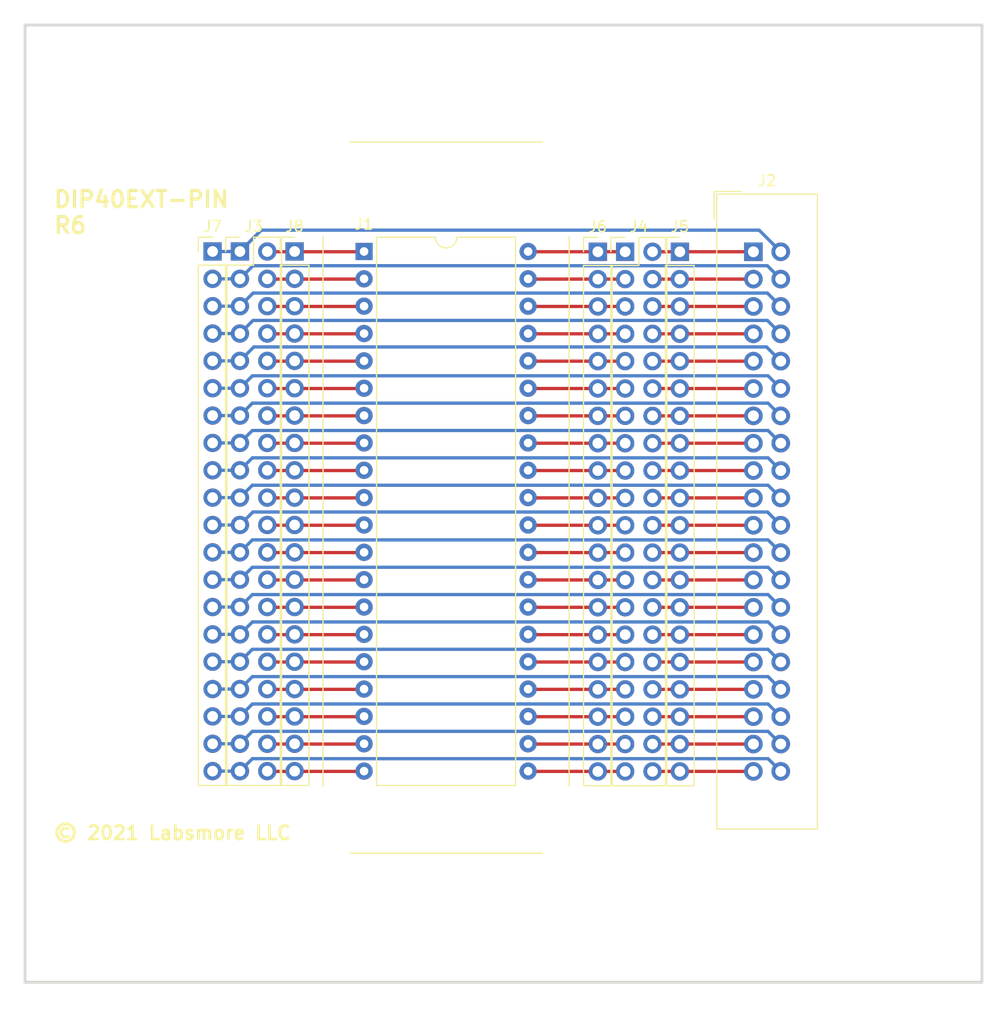
<source format=kicad_pcb>
(kicad_pcb (version 20210722) (generator pcbnew)
  (layers (0 "F.Cu" signal) (31 "B.Cu" signal) (34 "B.Paste" user) (35 "F.Paste" user) (36 "B.SilkS" user "B.Silkscreen") (37 "F.SilkS" user "F.Silkscreen") (38 "B.Mask" user) (39 "F.Mask" user) (44 "Edge.Cuts" user))
  (net 0 "")
  (net 1 "/P1")
  (net 2 "/P21")
  (net 3 "/P2")
  (net 4 "/P22")
  (net 5 "/P3")
  (net 6 "/P23")
  (net 7 "/P4")
  (net 8 "/P24")
  (net 9 "/P5")
  (net 10 "/P25")
  (net 11 "/P6")
  (net 12 "/P26")
  (net 13 "/P7")
  (net 14 "/P27")
  (net 15 "/P8")
  (net 16 "/P28")
  (net 17 "/P9")
  (net 18 "/P29")
  (net 19 "/P10")
  (net 20 "/P30")
  (net 21 "/P11")
  (net 22 "/P31")
  (net 23 "/P12")
  (net 24 "/P32")
  (net 25 "/P13")
  (net 26 "/P33")
  (net 27 "/P14")
  (net 28 "/P34")
  (net 29 "/P15")
  (net 30 "/P35")
  (net 31 "/P16")
  (net 32 "/P36")
  (net 33 "/P17")
  (net 34 "/P37")
  (net 35 "/P18")
  (net 36 "/P38")
  (net 37 "/P19")
  (net 38 "/P39")
  (net 39 "/P20")
  (net 40 "/P40")
  (net 41 "Net-(J1-Pad1)")
  (net 42 "Net-(J1-Pad21)")
  (net 43 "Net-(J1-Pad2)")
  (net 44 "Net-(J1-Pad22)")
  (net 45 "Net-(J1-Pad3)")
  (net 46 "Net-(J1-Pad23)")
  (net 47 "Net-(J1-Pad4)")
  (net 48 "Net-(J1-Pad24)")
  (net 49 "Net-(J1-Pad5)")
  (net 50 "Net-(J1-Pad25)")
  (net 51 "Net-(J1-Pad6)")
  (net 52 "Net-(J1-Pad26)")
  (net 53 "Net-(J1-Pad7)")
  (net 54 "Net-(J1-Pad27)")
  (net 55 "Net-(J1-Pad8)")
  (net 56 "Net-(J1-Pad28)")
  (net 57 "Net-(J1-Pad9)")
  (net 58 "Net-(J1-Pad29)")
  (net 59 "Net-(J1-Pad10)")
  (net 60 "Net-(J1-Pad30)")
  (net 61 "Net-(J1-Pad11)")
  (net 62 "Net-(J1-Pad31)")
  (net 63 "Net-(J1-Pad12)")
  (net 64 "Net-(J1-Pad32)")
  (net 65 "Net-(J1-Pad13)")
  (net 66 "Net-(J1-Pad33)")
  (net 67 "Net-(J1-Pad14)")
  (net 68 "Net-(J1-Pad34)")
  (net 69 "Net-(J1-Pad15)")
  (net 70 "Net-(J1-Pad35)")
  (net 71 "Net-(J1-Pad16)")
  (net 72 "Net-(J1-Pad36)")
  (net 73 "Net-(J1-Pad17)")
  (net 74 "Net-(J1-Pad37)")
  (net 75 "Net-(J1-Pad18)")
  (net 76 "Net-(J1-Pad38)")
  (net 77 "Net-(J1-Pad19)")
  (net 78 "Net-(J1-Pad39)")
  (net 79 "Net-(J1-Pad20)")
  (net 80 "Net-(J1-Pad40)")
  (footprint "lib:aries_40-6554-10_DIP-40_W15.24mm_ZIF" (layer "F.Cu") (at 56.895999 46.431201)
    (fp_text reference "J1")
    (fp_text value "ZIF")
  )
  (footprint "Mounting_Holes:MountingHole_8.4mm_M8" (layer "F.Cu") (at 31.75 31.75)
    (fp_text reference "MK1" hide)
    (fp_text value "Mounting_Hole")
  )
  (footprint "Mounting_Holes:MountingHole_8.4mm_M8" (layer "F.Cu") (at 107.95 31.75)
    (fp_text reference "MK4" hide)
    (fp_text value "Mounting_Hole")
  )
  (footprint "Mounting_Holes:MountingHole_8.4mm_M8" (layer "F.Cu") (at 31.75 107.95)
    (fp_text reference "MK9" hide)
    (fp_text value "Mounting_Hole")
  )
  (footprint "Mounting_Holes:MountingHole_8.4mm_M8" (layer "F.Cu") (at 107.95 107.95)
    (fp_text reference "MK12" hide)
    (fp_text value "Mounting_Hole")
  )
  (footprint "Connectors_IDC:IDC-Header_2x20_Pitch2.54mm_Straight" (layer "F.Cu") (at 93.065599 46.456601)
    (fp_text reference "J2")
    (fp_text value "IDC40")
  )
  (footprint "Mounting_Holes:MountingHole_8.4mm_M8" (layer "F.Cu") (at 82.55 31.75)
    (fp_text reference "MK3" hide)
    (fp_text value "Mounting_Hole")
  )
  (footprint "Mounting_Holes:MountingHole_8.4mm_M8" (layer "F.Cu") (at 57.15 31.75)
    (fp_text reference "MK2" hide)
    (fp_text value "Mounting_Hole")
  )
  (footprint "Mounting_Holes:MountingHole_8.4mm_M8" (layer "F.Cu") (at 31.75 57.15)
    (fp_text reference "MK5" hide)
    (fp_text value "Mounting_Hole")
  )
  (footprint "Mounting_Holes:MountingHole_8.4mm_M8" (layer "F.Cu") (at 31.75 82.55)
    (fp_text reference "MK7" hide)
    (fp_text value "Mounting_Hole")
  )
  (footprint "Mounting_Holes:MountingHole_8.4mm_M8" (layer "F.Cu") (at 107.95 57.15)
    (fp_text reference "MK6" hide)
    (fp_text value "Mounting_Hole")
  )
  (footprint "Mounting_Holes:MountingHole_8.4mm_M8" (layer "F.Cu") (at 107.95 82.55)
    (fp_text reference "MK8" hide)
    (fp_text value "Mounting_Hole")
  )
  (footprint "Mounting_Holes:MountingHole_8.4mm_M8" (layer "F.Cu") (at 57.15 107.95)
    (fp_text reference "MK10" hide)
    (fp_text value "Mounting_Hole")
  )
  (footprint "Mounting_Holes:MountingHole_8.4mm_M8" (layer "F.Cu") (at 82.55 107.95)
    (fp_text reference "MK11" hide)
    (fp_text value "Mounting_Hole")
  )
  (footprint "Pin_Headers:Pin_Header_Straight_2x20_Pitch2.54mm" (layer "F.Cu") (at 45.364399 46.431201)
    (fp_text reference "J3")
    (fp_text value "Conn_02x20_Odd_Even")
  )
  (footprint "Pin_Headers:Pin_Header_Straight_2x20_Pitch2.54mm" (layer "F.Cu") (at 81.152999 46.456601)
    (fp_text reference "J4")
    (fp_text value "Conn_02x20_Odd_Even")
  )
  (footprint "Connector_PinHeader_2.54mm:PinHeader_1x20_P2.54mm_Vertical" (layer "F.Cu") (at 50.444199 46.431201)
    (fp_text reference "J8")
    (fp_text value "01x20")
  )
  (footprint "Connector_PinHeader_2.54mm:PinHeader_1x20_P2.54mm_Vertical" (layer "F.Cu") (at 78.613399 46.456601)
    (fp_text reference "J6")
    (fp_text value "01x20")
  )
  (footprint "Connector_PinHeader_2.54mm:PinHeader_1x20_P2.54mm_Vertical" (layer "F.Cu") (at 42.824399 46.431201)
    (fp_text reference "J7")
    (fp_text value "01x20")
  )
  (footprint "Connector_PinHeader_2.54mm:PinHeader_1x20_P2.54mm_Vertical" (layer "F.Cu") (at 86.232599 46.456601)
    (fp_text reference "J5")
    (fp_text value "01x20")
  )
  (gr_line (start 114.3 25.4) (end 114.3 114.3) (layer "Edge.Cuts") (width 0.254))
  (gr_line (start 25.4 114.3) (end 114.3 114.3) (layer "Edge.Cuts") (width 0.254))
  (gr_line (start 25.4 25.4) (end 114.3 25.4) (layer "Edge.Cuts") (width 0.254))
  (gr_line (start 25.4 25.4) (end 25.4 114.3) (layer "Edge.Cuts") (width 0.254))
  (gr_text "DIP40EXT-PIN\nR6" (at 27.94 42.8) (layer "F.SilkS") (effects (font (size 1.5 1.5) (thickness 0.3)) (justify left)))
  (gr_text "© 2021 Labsmore LLC" (at 27.94 100.425) (layer "F.SilkS") (effects (font (size 1.25 1.25) (thickness 0.25)) (justify left)))
  (segment (start 42.824399 46.431201) (end 45.364399 46.431201) (width 0.3048) (layer "B.Cu") (net 1))
  (segment (start 93.598998 44.45) (end 47.3456 44.45) (width 0.3048) (layer "B.Cu") (net 1))
  (segment (start 47.3456 44.45) (end 45.364399 46.431201) (width 0.3048) (layer "B.Cu") (net 1))
  (segment (start 95.605599 46.456601) (end 93.598998 44.45) (width 0.3048) (layer "B.Cu") (net 1))
  (segment (start 83.692999 94.716601) (end 93.065599 94.716601) (width 0.3048) (layer "F.Cu") (net 2))
  (segment (start 46.583599 47.752001) (end 45.364399 48.971201) (width 0.3048) (layer "B.Cu") (net 3))
  (segment (start 94.360999 47.752001) (end 46.583599 47.752001) (width 0.3048) (layer "B.Cu") (net 3))
  (segment (start 42.824399 48.971201) (end 45.364399 48.971201) (width 0.3048) (layer "B.Cu") (net 3))
  (segment (start 94.360999 47.752001) (end 95.605599 48.996601) (width 0.3048) (layer "B.Cu") (net 3))
  (segment (start 83.692999 92.176601) (end 93.065599 92.176601) (width 0.3048) (layer "F.Cu") (net 4))
  (segment (start 42.824399 51.511201) (end 45.364399 51.511201) (width 0.3048) (layer "B.Cu") (net 5))
  (segment (start 46.583599 50.292001) (end 45.364399 51.511201) (width 0.3048) (layer "B.Cu") (net 5))
  (segment (start 94.360999 50.292001) (end 46.583599 50.292001) (width 0.3048) (layer "B.Cu") (net 5))
  (segment (start 95.605599 51.536601) (end 94.360999 50.292001) (width 0.3048) (layer "B.Cu") (net 5))
  (segment (start 83.692999 89.636601) (end 93.065599 89.636601) (width 0.3048) (layer "F.Cu") (net 6))
  (segment (start 42.824399 54.051201) (end 45.364399 54.051201) (width 0.3048) (layer "B.Cu") (net 7))
  (segment (start 46.583599 52.832001) (end 45.364399 54.051201) (width 0.3048) (layer "B.Cu") (net 7))
  (segment (start 95.605599 54.076601) (end 94.360999 52.832001) (width 0.3048) (layer "B.Cu") (net 7))
  (segment (start 94.360999 52.832001) (end 46.583599 52.832001) (width 0.3048) (layer "B.Cu") (net 7))
  (segment (start 83.692999 87.096601) (end 93.065599 87.096601) (width 0.3048) (layer "F.Cu") (net 8))
  (segment (start 94.284799 55.295801) (end 46.659799 55.295801) (width 0.3048) (layer "B.Cu") (net 9))
  (segment (start 46.659799 55.295801) (end 45.364399 56.591201) (width 0.3048) (layer "B.Cu") (net 9))
  (segment (start 95.605599 56.616601) (end 94.284799 55.295801) (width 0.3048) (layer "B.Cu") (net 9))
  (segment (start 42.824399 56.591201) (end 45.364399 56.591201) (width 0.3048) (layer "B.Cu") (net 9))
  (segment (start 83.692999 84.556601) (end 93.065599 84.556601) (width 0.3048) (layer "F.Cu") (net 10))
  (segment (start 42.824399 59.131201) (end 45.364399 59.131201) (width 0.3048) (layer "B.Cu") (net 11))
  (segment (start 95.605599 59.156601) (end 94.425398 57.9764) (width 0.3048) (layer "B.Cu") (net 11))
  (segment (start 46.5192 57.9764) (end 45.364399 59.131201) (width 0.3048) (layer "B.Cu") (net 11))
  (segment (start 94.425398 57.9764) (end 46.5192 57.9764) (width 0.3048) (layer "B.Cu") (net 11))
  (segment (start 83.692999 82.016601) (end 93.065599 82.016601) (width 0.3048) (layer "F.Cu") (net 12))
  (segment (start 46.5192 60.5164) (end 45.364399 61.671201) (width 0.3048) (layer "B.Cu") (net 13))
  (segment (start 95.605599 61.696601) (end 94.425398 60.5164) (width 0.3048) (layer "B.Cu") (net 13))
  (segment (start 42.824399 61.671201) (end 45.364399 61.671201) (width 0.3048) (layer "B.Cu") (net 13))
  (segment (start 94.425398 60.5164) (end 46.5192 60.5164) (width 0.3048) (layer "B.Cu") (net 13))
  (segment (start 83.692999 79.476601) (end 93.065599 79.476601) (width 0.3048) (layer "F.Cu") (net 14))
  (segment (start 46.5192 63.0564) (end 45.364399 64.211201) (width 0.3048) (layer "B.Cu") (net 15))
  (segment (start 95.605599 64.236601) (end 94.425398 63.0564) (width 0.3048) (layer "B.Cu") (net 15))
  (segment (start 42.824399 64.211201) (end 45.364399 64.211201) (width 0.3048) (layer "B.Cu") (net 15))
  (segment (start 94.425398 63.0564) (end 46.5192 63.0564) (width 0.3048) (layer "B.Cu") (net 15))
  (segment (start 83.692999 76.936601) (end 93.065599 76.936601) (width 0.3048) (layer "F.Cu") (net 16))
  (segment (start 95.605599 66.776601) (end 94.425398 65.5964) (width 0.3048) (layer "B.Cu") (net 17))
  (segment (start 46.5192 65.5964) (end 45.364399 66.751201) (width 0.3048) (layer "B.Cu") (net 17))
  (segment (start 42.824399 66.751201) (end 45.364399 66.751201) (width 0.3048) (layer "B.Cu") (net 17))
  (segment (start 94.425398 65.5964) (end 46.5192 65.5964) (width 0.3048) (layer "B.Cu") (net 17))
  (segment (start 83.692999 74.396601) (end 93.065599 74.396601) (width 0.3048) (layer "F.Cu") (net 18))
  (segment (start 42.824399 69.291201) (end 45.364399 69.291201) (width 0.3048) (layer "B.Cu") (net 19))
  (segment (start 46.5192 68.1364) (end 45.364399 69.291201) (width 0.3048) (layer "B.Cu") (net 19))
  (segment (start 94.425398 68.1364) (end 46.5192 68.1364) (width 0.3048) (layer "B.Cu") (net 19))
  (segment (start 95.605599 69.316601) (end 94.425398 68.1364) (width 0.3048) (layer "B.Cu") (net 19))
  (segment (start 83.692999 71.856601) (end 93.065599 71.856601) (width 0.3048) (layer "F.Cu") (net 20))
  (segment (start 46.5706 70.625) (end 45.364399 71.831201) (width 0.3048) (layer "B.Cu") (net 21))
  (segment (start 95.605599 71.856601) (end 94.373998 70.625) (width 0.3048) (layer "B.Cu") (net 21))
  (segment (start 42.824399 71.831201) (end 45.364399 71.831201) (width 0.3048) (layer "B.Cu") (net 21))
  (segment (start 94.373998 70.625) (end 46.5706 70.625) (width 0.3048) (layer "B.Cu") (net 21))
  (segment (start 83.692999 69.316601) (end 93.065599 69.316601) (width 0.3048) (layer "F.Cu") (net 22))
  (segment (start 42.824399 74.371201) (end 45.364399 74.371201) (width 0.3048) (layer "B.Cu") (net 23))
  (segment (start 46.5192 73.2164) (end 45.364399 74.371201) (width 0.3048) (layer "B.Cu") (net 23))
  (segment (start 94.425398 73.2164) (end 46.5192 73.2164) (width 0.3048) (layer "B.Cu") (net 23))
  (segment (start 95.605599 74.396601) (end 94.425398 73.2164) (width 0.3048) (layer "B.Cu") (net 23))
  (segment (start 83.692999 66.776601) (end 93.065599 66.776601) (width 0.3048) (layer "F.Cu") (net 24))
  (segment (start 46.5192 75.7564) (end 45.364399 76.911201) (width 0.3048) (layer "B.Cu") (net 25))
  (segment (start 94.425398 75.7564) (end 46.5192 75.7564) (width 0.3048) (layer "B.Cu") (net 25))
  (segment (start 95.605599 76.936601) (end 94.425398 75.7564) (width 0.3048) (layer "B.Cu") (net 25))
  (segment (start 42.824399 76.911201) (end 45.364399 76.911201) (width 0.3048) (layer "B.Cu") (net 25))
  (segment (start 83.692999 64.236601) (end 93.065599 64.236601) (width 0.3048) (layer "F.Cu") (net 26))
  (segment (start 94.425398 78.2964) (end 46.5192 78.2964) (width 0.3048) (layer "B.Cu") (net 27))
  (segment (start 95.605599 79.476601) (end 94.425398 78.2964) (width 0.3048) (layer "B.Cu") (net 27))
  (segment (start 42.824399 79.451201) (end 45.364399 79.451201) (width 0.3048) (layer "B.Cu") (net 27))
  (segment (start 46.5192 78.2964) (end 45.364399 79.451201) (width 0.3048) (layer "B.Cu") (net 27))
  (segment (start 83.692999 61.696601) (end 93.065599 61.696601) (width 0.3048) (layer "F.Cu") (net 28))
  (segment (start 95.605599 82.016601) (end 94.425398 80.8364) (width 0.3048) (layer "B.Cu") (net 29))
  (segment (start 94.425398 80.8364) (end 46.5192 80.8364) (width 0.3048) (layer "B.Cu") (net 29))
  (segment (start 46.5192 80.8364) (end 45.364399 81.991201) (width 0.3048) (layer "B.Cu") (net 29))
  (segment (start 42.824399 81.991201) (end 45.364399 81.991201) (width 0.3048) (layer "B.Cu") (net 29))
  (segment (start 83.692999 59.156601) (end 93.065599 59.156601) (width 0.3048) (layer "F.Cu") (net 30))
  (segment (start 42.824399 84.531201) (end 45.364399 84.531201) (width 0.3048) (layer "B.Cu") (net 31))
  (segment (start 46.5192 83.3764) (end 45.364399 84.531201) (width 0.3048) (layer "B.Cu") (net 31))
  (segment (start 95.605599 84.556601) (end 94.425398 83.3764) (width 0.3048) (layer "B.Cu") (net 31))
  (segment (start 94.425398 83.3764) (end 46.5192 83.3764) (width 0.3048) (layer "B.Cu") (net 31))
  (segment (start 83.692999 56.616601) (end 93.065599 56.616601) (width 0.3048) (layer "F.Cu") (net 32))
  (segment (start 42.824399 87.071201) (end 45.364399 87.071201) (width 0.3048) (layer "B.Cu") (net 33))
  (segment (start 94.425398 85.9164) (end 46.5192 85.9164) (width 0.3048) (layer "B.Cu") (net 33))
  (segment (start 46.5192 85.9164) (end 45.364399 87.071201) (width 0.3048) (layer "B.Cu") (net 33))
  (segment (start 95.605599 87.096601) (end 94.425398 85.9164) (width 0.3048) (layer "B.Cu") (net 33))
  (segment (start 83.692999 54.076601) (end 93.065599 54.076601) (width 0.3048) (layer "F.Cu") (net 34))
  (segment (start 95.605599 89.636601) (end 94.425398 88.4564) (width 0.3048) (layer "B.Cu") (net 35))
  (segment (start 94.425398 88.4564) (end 46.5192 88.4564) (width 0.3048) (layer "B.Cu") (net 35))
  (segment (start 46.5192 88.4564) (end 45.364399 89.611201) (width 0.3048) (layer "B.Cu") (net 35))
  (segment (start 42.824399 89.611201) (end 45.364399 89.611201) (width 0.3048) (layer "B.Cu") (net 35))
  (segment (start 83.692999 51.536601) (end 93.065599 51.536601) (width 0.3048) (layer "F.Cu") (net 36))
  (segment (start 94.425398 90.9964) (end 46.5192 90.9964) (width 0.3048) (layer "B.Cu") (net 37))
  (segment (start 95.605599 92.176601) (end 94.425398 90.9964) (width 0.3048) (layer "B.Cu") (net 37))
  (segment (start 46.5192 90.9964) (end 45.364399 92.151201) (width 0.3048) (layer "B.Cu") (net 37))
  (segment (start 42.824399 92.151201) (end 45.364399 92.151201) (width 0.3048) (layer "B.Cu") (net 37))
  (segment (start 83.692999 48.996601) (end 93.065599 48.996601) (width 0.3048) (layer "F.Cu") (net 38))
  (segment (start 46.5192 93.5364) (end 45.364399 94.691201) (width 0.3048) (layer "B.Cu") (net 39))
  (segment (start 94.425398 93.5364) (end 46.5192 93.5364) (width 0.3048) (layer "B.Cu") (net 39))
  (segment (start 42.824399 94.691201) (end 45.364399 94.691201) (width 0.3048) (layer "B.Cu") (net 39))
  (segment (start 95.605599 94.716601) (end 94.425398 93.5364) (width 0.3048) (layer "B.Cu") (net 39))
  (segment (start 83.692999 46.456601) (end 93.065599 46.456601) (width 0.3048) (layer "F.Cu") (net 40))
  (segment (start 47.904399 46.431201) (end 47.929799 46.456601) (width 0.3048) (layer "F.Cu") (net 41))
  (segment (start 56.870599 46.456601) (end 56.895999 46.431201) (width 0.3048) (layer "F.Cu") (net 41))
  (segment (start 47.929799 46.456601) (end 56.870599 46.456601) (width 0.3048) (layer "F.Cu") (net 41))
  (segment (start 72.135999 94.691201) (end 72.161399 94.716601) (width 0.3048) (layer "F.Cu") (net 42))
  (segment (start 72.161399 94.716601) (end 81.152999 94.716601) (width 0.3048) (layer "F.Cu") (net 42))
  (segment (start 47.904399 48.971201) (end 47.929799 48.996601) (width 0.3048) (layer "F.Cu") (net 43))
  (segment (start 56.870599 48.996601) (end 56.895999 48.971201) (width 0.3048) (layer "F.Cu") (net 43))
  (segment (start 47.929799 48.996601) (end 56.870599 48.996601) (width 0.3048) (layer "F.Cu") (net 43))
  (segment (start 72.135999 92.151201) (end 72.161399 92.176601) (width 0.3048) (layer "F.Cu") (net 44))
  (segment (start 72.161399 92.176601) (end 81.152999 92.176601) (width 0.3048) (layer "F.Cu") (net 44))
  (segment (start 47.904399 51.511201) (end 47.929799 51.536601) (width 0.3048) (layer "F.Cu") (net 45))
  (segment (start 56.870599 51.536601) (end 56.895999 51.511201) (width 0.3048) (layer "F.Cu") (net 45))
  (segment (start 47.929799 51.536601) (end 56.870599 51.536601) (width 0.3048) (layer "F.Cu") (net 45))
  (segment (start 72.161399 89.636601) (end 81.152999 89.636601) (width 0.3048) (layer "F.Cu") (net 46))
  (segment (start 72.135999 89.611201) (end 72.161399 89.636601) (width 0.3048) (layer "F.Cu") (net 46))
  (segment (start 56.870599 54.076601) (end 56.895999 54.051201) (width 0.3048) (layer "F.Cu") (net 47))
  (segment (start 47.904399 54.051201) (end 47.929799 54.076601) (width 0.3048) (layer "F.Cu") (net 47))
  (segment (start 47.929799 54.076601) (end 56.870599 54.076601) (width 0.3048) (layer "F.Cu") (net 47))
  (segment (start 72.161399 87.096601) (end 81.152999 87.096601) (width 0.3048) (layer "F.Cu") (net 48))
  (segment (start 72.135999 87.071201) (end 72.161399 87.096601) (width 0.3048) (layer "F.Cu") (net 48))
  (segment (start 47.904399 56.591201) (end 47.929799 56.616601) (width 0.3048) (layer "F.Cu") (net 49))
  (segment (start 47.929799 56.616601) (end 56.870599 56.616601) (width 0.3048) (layer "F.Cu") (net 49))
  (segment (start 56.870599 56.616601) (end 56.895999 56.591201) (width 0.3048) (layer "F.Cu") (net 49))
  (segment (start 72.135999 84.531201) (end 72.161399 84.556601) (width 0.3048) (layer "F.Cu") (net 50))
  (segment (start 72.161399 84.556601) (end 81.152999 84.556601) (width 0.3048) (layer "F.Cu") (net 50))
  (segment (start 47.904399 59.131201) (end 47.929799 59.156601) (width 0.3048) (layer "F.Cu") (net 51))
  (segment (start 56.870599 59.156601) (end 56.895999 59.131201) (width 0.3048) (layer "F.Cu") (net 51))
  (segment (start 47.929799 59.156601) (end 56.870599 59.156601) (width 0.3048) (layer "F.Cu") (net 51))
  (segment (start 72.135999 81.991201) (end 72.161399 82.016601) (width 0.3048) (layer "F.Cu") (net 52))
  (segment (start 72.161399 82.016601) (end 81.152999 82.016601) (width 0.3048) (layer "F.Cu") (net 52))
  (segment (start 47.929799 61.696601) (end 56.870599 61.696601) (width 0.3048) (layer "F.Cu") (net 53))
  (segment (start 47.904399 61.671201) (end 47.929799 61.696601) (width 0.3048) (layer "F.Cu") (net 53))
  (segment (start 56.870599 61.696601) (end 56.895999 61.671201) (width 0.3048) (layer "F.Cu") (net 53))
  (segment (start 72.161399 79.476601) (end 81.152999 79.476601) (width 0.3048) (layer "F.Cu") (net 54))
  (segment (start 72.135999 79.451201) (end 72.161399 79.476601) (width 0.3048) (layer "F.Cu") (net 54))
  (segment (start 47.929799 64.236601) (end 56.870599 64.236601) (width 0.3048) (layer "F.Cu") (net 55))
  (segment (start 47.904399 64.211201) (end 47.929799 64.236601) (width 0.3048) (layer "F.Cu") (net 55))
  (segment (start 56.870599 64.236601) (end 56.895999 64.211201) (width 0.3048) (layer "F.Cu") (net 55))
  (segment (start 72.161399 76.936601) (end 81.152999 76.936601) (width 0.3048) (layer "F.Cu") (net 56))
  (segment (start 72.135999 76.911201) (end 72.161399 76.936601) (width 0.3048) (layer "F.Cu") (net 56))
  (segment (start 47.929799 66.776601) (end 56.870599 66.776601) (width 0.3048) (layer "F.Cu") (net 57))
  (segment (start 47.904399 66.751201) (end 47.929799 66.776601) (width 0.3048) (layer "F.Cu") (net 57))
  (segment (start 56.870599 66.776601) (end 56.895999 66.751201) (width 0.3048) (layer "F.Cu") (net 57))
  (segment (start 72.161399 74.396601) (end 81.152999 74.396601) (width 0.3048) (layer "F.Cu") (net 58))
  (segment (start 72.135999 74.371201) (end 72.161399 74.396601) (width 0.3048) (layer "F.Cu") (net 58))
  (segment (start 56.870599 69.316601) (end 56.895999 69.291201) (width 0.3048) (layer "F.Cu") (net 59))
  (segment (start 47.904399 69.291201) (end 47.929799 69.316601) (width 0.3048) (layer "F.Cu") (net 59))
  (segment (start 47.929799 69.316601) (end 56.870599 69.316601) (width 0.3048) (layer "F.Cu") (net 59))
  (segment (start 72.135999 71.831201) (end 72.161399 71.856601) (width 0.3048) (layer "F.Cu") (net 60))
  (segment (start 72.161399 71.856601) (end 81.152999 71.856601) (width 0.3048) (layer "F.Cu") (net 60))
  (segment (start 56.870599 71.856601) (end 56.895999 71.831201) (width 0.3048) (layer "F.Cu") (net 61))
  (segment (start 47.904399 71.831201) (end 47.929799 71.856601) (width 0.3048) (layer "F.Cu") (net 61))
  (segment (start 47.929799 71.856601) (end 56.870599 71.856601) (width 0.3048) (layer "F.Cu") (net 61))
  (segment (start 72.135999 69.291201) (end 72.161399 69.316601) (width 0.3048) (layer "F.Cu") (net 62))
  (segment (start 72.161399 69.316601) (end 81.152999 69.316601) (width 0.3048) (layer "F.Cu") (net 62))
  (segment (start 47.904399 74.371201) (end 47.929799 74.396601) (width 0.3048) (layer "F.Cu") (net 63))
  (segment (start 47.929799 74.396601) (end 56.870599 74.396601) (width 0.3048) (layer "F.Cu") (net 63))
  (segment (start 56.870599 74.396601) (end 56.895999 74.371201) (width 0.3048) (layer "F.Cu") (net 63))
  (segment (start 72.135999 66.751201) (end 72.161399 66.776601) (width 0.3048) (layer "F.Cu") (net 64))
  (segment (start 72.161399 66.776601) (end 81.152999 66.776601) (width 0.3048) (layer "F.Cu") (net 64))
  (segment (start 47.929799 76.936601) (end 56.870599 76.936601) (width 0.3048) (layer "F.Cu") (net 65))
  (segment (start 47.904399 76.911201) (end 47.929799 76.936601) (width 0.3048) (layer "F.Cu") (net 65))
  (segment (start 56.870599 76.936601) (end 56.895999 76.911201) (width 0.3048) (layer "F.Cu") (net 65))
  (segment (start 72.135999 64.211201) (end 72.161399 64.236601) (width 0.3048) (layer "F.Cu") (net 66))
  (segment (start 72.161399 64.236601) (end 81.152999 64.236601) (width 0.3048) (layer "F.Cu") (net 66))
  (segment (start 56.870599 79.476601) (end 56.895999 79.451201) (width 0.3048) (layer "F.Cu") (net 67))
  (segment (start 47.904399 79.451201) (end 47.929799 79.476601) (width 0.3048) (layer "F.Cu") (net 67))
  (segment (start 47.929799 79.476601) (end 56.870599 79.476601) (width 0.3048) (layer "F.Cu") (net 67))
  (segment (start 72.135999 61.671201) (end 72.161399 61.696601) (width 0.3048) (layer "F.Cu") (net 68))
  (segment (start 72.161399 61.696601) (end 81.152999 61.696601) (width 0.3048) (layer "F.Cu") (net 68))
  (segment (start 47.904399 81.991201) (end 47.929799 82.016601) (width 0.3048) (layer "F.Cu") (net 69))
  (segment (start 47.929799 82.016601) (end 56.870599 82.016601) (width 0.3048) (layer "F.Cu") (net 69))
  (segment (start 56.870599 82.016601) (end 56.895999 81.991201) (width 0.3048) (layer "F.Cu") (net 69))
  (segment (start 72.161399 59.156601) (end 81.152999 59.156601) (width 0.3048) (layer "F.Cu") (net 70))
  (segment (start 72.135999 59.131201) (end 72.161399 59.156601) (width 0.3048) (layer "F.Cu") (net 70))
  (segment (start 56.870599 84.556601) (end 56.895999 84.531201) (width 0.3048) (layer "F.Cu") (net 71))
  (segment (start 47.929799 84.556601) (end 56.870599 84.556601) (width 0.3048) (layer "F.Cu") (net 71))
  (segment (start 47.904399 84.531201) (end 47.929799 84.556601) (width 0.3048) (layer "F.Cu") (net 71))
  (segment (start 72.135999 56.591201) (end 72.161399 56.616601) (width 0.3048) (layer "F.Cu") (net 72))
  (segment (start 72.161399 56.616601) (end 81.152999 56.616601) (width 0.3048) (layer "F.Cu") (net 72))
  (segment (start 56.870599 87.096601) (end 56.895999 87.071201) (width 0.3048) (layer "F.Cu") (net 73))
  (segment (start 47.904399 87.071201) (end 47.929799 87.096601) (width 0.3048) (layer "F.Cu") (net 73))
  (segment (start 47.929799 87.096601) (end 56.870599 87.096601) (width 0.3048) (layer "F.Cu") (net 73))
  (segment (start 72.135999 54.051201) (end 72.161399 54.076601) (width 0.3048) (layer "F.Cu") (net 74))
  (segment (start 72.161399 54.076601) (end 81.152999 54.076601) (width 0.3048) (layer "F.Cu") (net 74))
  (segment (start 47.904399 89.611201) (end 47.929799 89.636601) (width 0.3048) (layer "F.Cu") (net 75))
  (segment (start 47.929799 89.636601) (end 56.870599 89.636601) (width 0.3048) (layer "F.Cu") (net 75))
  (segment (start 56.870599 89.636601) (end 56.895999 89.611201) (width 0.3048) (layer "F.Cu") (net 75))
  (segment (start 72.135999 51.511201) (end 72.161399 51.536601) (width 0.3048) (layer "F.Cu") (net 76))
  (segment (start 72.161399 51.536601) (end 81.152999 51.536601) (width 0.3048) (layer "F.Cu") (net 76))
  (segment (start 56.870599 92.176601) (end 56.895999 92.151201) (width 0.3048) (layer "F.Cu") (net 77))
  (segment (start 47.929799 92.176601) (end 56.870599 92.176601) (width 0.3048) (layer "F.Cu") (net 77))
  (segment (start 47.904399 92.151201) (end 47.929799 92.176601) (width 0.3048) (layer "F.Cu") (net 77))
  (segment (start 72.135999 48.971201) (end 72.161399 48.996601) (width 0.3048) (layer "F.Cu") (net 78))
  (segment (start 72.161399 48.996601) (end 81.152999 48.996601) (width 0.3048) (layer "F.Cu") (net 78))
  (segment (start 56.870599 94.716601) (end 56.895999 94.691201) (width 0.3048) (layer "F.Cu") (net 79))
  (segment (start 47.904399 94.691201) (end 47.929799 94.716601) (width 0.3048) (layer "F.Cu") (net 79))
  (segment (start 47.929799 94.716601) (end 56.870599 94.716601) (width 0.3048) (layer "F.Cu") (net 79))
  (segment (start 72.161399 46.456601) (end 81.152999 46.456601) (width 0.3048) (layer "F.Cu") (net 80))
  (segment (start 72.135999 46.431201) (end 72.161399 46.456601) (width 0.3048) (layer "F.Cu") (net 80))
)
</source>
